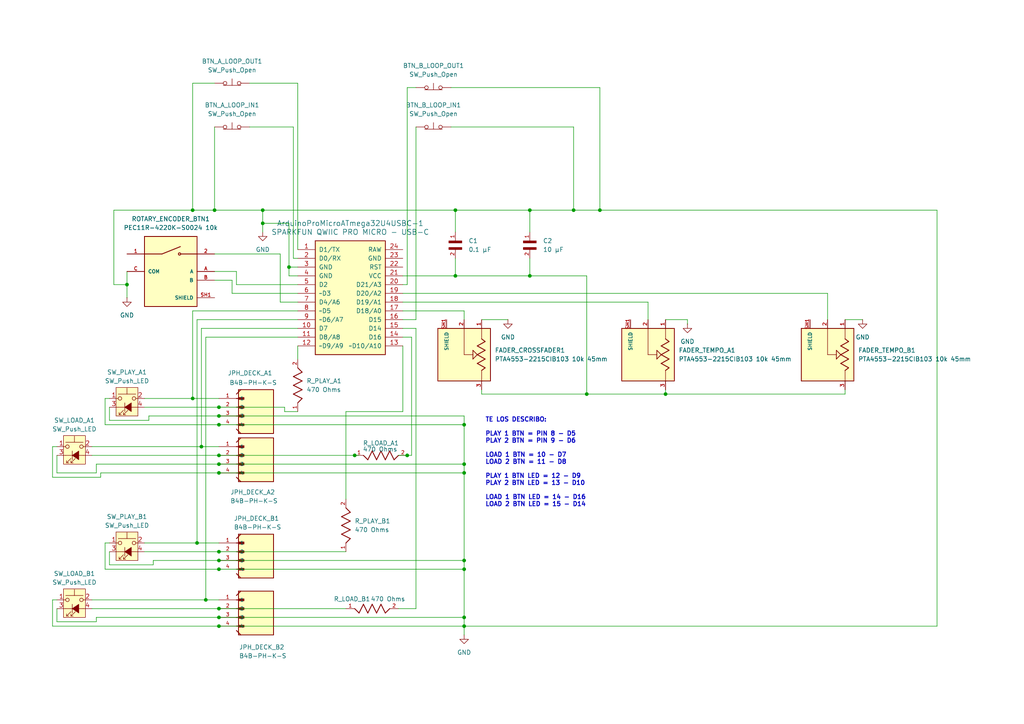
<source format=kicad_sch>
(kicad_sch (version 20250114) (generator "eeschema") (generator_version "9.0")
  (paper "A4")
  (lib_symbols
    (symbol "Arduino:Sparkfun_Pro_Micro" (pin_names (offset 1.016))
      (property "Reference" "U" (at -8.89 21.59 0))
      (property "Value" "Sparkfun_Pro_Micro" (at 0 19.05 0))
      (symbol "Sparkfun_Pro_Micro_0_1"
        (rectangle (start -10.16 17.78) (end 10.16 -15.24) (stroke (width 0.254)) (fill (type background)))
      )
      (symbol "Sparkfun_Pro_Micro_1_1"
        (pin bidirectional line (at -15.24 15.24 0) (length 5.08) (name "D1/TX") (number "1"))
        (pin bidirectional line (at -15.24 12.7 0) (length 5.08) (name "D0/RX") (number "2"))
        (pin power_in line (at -15.24 10.16 0) (length 5.08) (name "GND") (number "3"))
        (pin power_in line (at -15.24 7.62 0) (length 5.08) (name "GND") (number "4"))
        (pin bidirectional line (at -15.24 5.08 0) (length 5.08) (name "D2") (number "5"))
        (pin bidirectional line (at -15.24 2.54 0) (length 5.08) (name "~D3") (number "6"))
        (pin bidirectional line (at -15.24 0 0) (length 5.08) (name "D4/A6") (number "7"))
        (pin bidirectional line (at -15.24 -2.54 0) (length 5.08) (name "~D5") (number "8"))
        (pin bidirectional line (at -15.24 -5.08 0) (length 5.08) (name "~D6/A7") (number "9"))
        (pin bidirectional line (at -15.24 -7.62 0) (length 5.08) (name "D7") (number "10"))
        (pin bidirectional line (at -15.24 -10.16 0) (length 5.08) (name "D8/A8") (number "11"))
        (pin bidirectional line (at -15.24 -12.7 0) (length 5.08) (name "~D9/A9") (number "12"))
        (pin power_in line (at 15.24 15.24 180) (length 5.08) (name "RAW") (number "24"))
        (pin power_in line (at 15.24 12.7 180) (length 5.08) (name "GND") (number "23"))
        (pin input line (at 15.24 10.16 180) (length 5.08) (name "RST") (number "22"))
        (pin power_in line (at 15.24 7.62 180) (length 5.08) (name "VCC") (number "21"))
        (pin bidirectional line (at 15.24 5.08 180) (length 5.08) (name "D21/A3") (number "20"))
        (pin bidirectional line (at 15.24 2.54 180) (length 5.08) (name "D20/A2") (number "19"))
        (pin bidirectional line (at 15.24 0 180) (length 5.08) (name "D19/A1") (number "18"))
        (pin bidirectional line (at 15.24 -2.54 180) (length 5.08) (name "D18/A0") (number "17"))
        (pin bidirectional line (at 15.24 -5.08 180) (length 5.08) (name "D15") (number "16"))
        (pin bidirectional line (at 15.24 -7.62 180) (length 5.08) (name "D14") (number "15"))
        (pin bidirectional line (at 15.24 -10.16 180) (length 5.08) (name "D16") (number "14"))
        (pin bidirectional line (at 15.24 -12.7 180) (length 5.08) (name "~D10/A10") (number "13"))
      )
    )
    (symbol "FADETUBE_LIBRARY:B4B-PH-K-S" (pin_names (offset 1.016))
      (property "Reference" "J" (at -5.58 7.62 0))
      (property "Value" "B4B-PH-K-S" (at -5.08 -7.62 0))
      (symbol "B4B-PH-K-S_0_0"
        (polyline (pts (xy -5.08 6.35) (xy -3.81 7.62)) (stroke (width 0.254)))
        (polyline (pts (xy -5.08 5.08) (xy -3.175 5.08)) (stroke (width 0.254)))
        (polyline (pts (xy -5.08 2.54) (xy -3.175 2.54)) (stroke (width 0.254)))
        (polyline (pts (xy -5.08 0) (xy -3.175 0)) (stroke (width 0.254)))
        (polyline (pts (xy -5.08 -2.54) (xy -3.175 -2.54)) (stroke (width 0.254)))
        (polyline (pts (xy -5.08 -3.81) (xy -3.81 -5.08)) (stroke (width 0.254)))
        (rectangle (start -4.4847 -5.08) (end 5.6753 7.62) (stroke (width 0.254)) (fill (type background)))
        (rectangle (start -4.445 4.7625) (end -2.8575 5.3975) (stroke (width 0.1)) (fill (type outline)))
        (rectangle (start -4.445 2.2225) (end -2.8575 2.8575) (stroke (width 0.1)) (fill (type outline)))
        (rectangle (start -4.445 -0.3175) (end -2.8575 0.3175) (stroke (width 0.1)) (fill (type outline)))
        (rectangle (start -4.445 -2.8575) (end -2.8575 -2.2225) (stroke (width 0.1)) (fill (type outline)))
        (pin passive line (at -10.16 5.08 0) (length 5.08) (name "1") (number "1"))
        (pin passive line (at -10.16 2.54 0) (length 5.08) (name "2") (number "2"))
        (pin passive line (at -10.16 0 0) (length 5.08) (name "3") (number "3"))
        (pin passive line (at -10.16 -2.54 0) (length 5.08) (name "4") (number "4"))
      )
    )
    (symbol "FADETUBE_LIBRARY:C0603C104K4RACTU" (pin_names (offset 1.016))
      (property "Reference" "C" (at 0 3.81 0))
      (property "Value" "C0603C104K4RACTU" (at 0 -5.08 0))
      (symbol "C0603C104K4RACTU_0_0"
        (rectangle (start 0 -1.905) (end 0.635 1.905) (stroke (width 0.1)) (fill (type outline)))
        (rectangle (start 1.905 1.905) (end 2.54 -1.905) (stroke (width 0.1)) (fill (type outline)))
        (pin passive line (at -2.54 0 0) (length 2.54) (name "~") (number "2"))
        (pin passive line (at 5.08 0 180) (length 2.54) (name "~") (number "1"))
      )
    )
    (symbol "FADETUBE_LIBRARY:C0805C106K8PACTU" (pin_names (offset 1.016))
      (property "Reference" "C" (at 0 3.81 0))
      (property "Value" "C0805C106K8PACTU" (at 0 -5.08 0))
      (symbol "C0805C106K8PACTU_0_0"
        (rectangle (start 0 -1.905) (end 0.635 1.905) (stroke (width 0.1)) (fill (type outline)))
        (rectangle (start 1.905 -1.905) (end 2.54 1.905) (stroke (width 0.1)) (fill (type outline)))
        (pin passive line (at -2.54 0 0) (length 2.54) (name "~") (number "2"))
        (pin passive line (at 5.08 0 180) (length 2.54) (name "~") (number "1"))
      )
    )
    (symbol "FADETUBE_LIBRARY:PEC11R-4220K-S0024" (pin_names (offset 1.016))
      (property "Reference" "S" (at -7.62 10.922 0))
      (property "Value" "PEC11R-4220K-S0024" (at -7.62 -12.7 0))
      (symbol "PEC11R-4220K-S0024_0_0"
        (rectangle (start -7.62 -10.16) (end 7.62 10.16) (stroke (width 0.254)) (fill (type background)))
        (polyline (pts (xy -2.54 5.08) (xy -7.62 5.08)) (stroke (width 0.254)))
        (polyline (pts (xy -2.54 5.08) (xy 2.794 7.2136)) (stroke (width 0.254)))
        (circle (center 2.54 5.08) (radius 0.3302) (stroke (width 0.254)))
        (polyline (pts (xy 7.62 5.08) (xy 2.921 5.08)) (stroke (width 0.254)))
        (pin passive line (at -12.7 5.08 0) (length 5.08) (name "~") (number "1"))
        (pin passive line (at -12.7 0 0) (length 5.08) (name "COM") (number "C"))
        (pin passive line (at 12.7 5.08 180) (length 5.08) (name "~") (number "2"))
        (pin passive line (at 12.7 0 180) (length 5.08) (name "A") (number "A"))
        (pin passive line (at 12.7 -2.54 180) (length 5.08) (name "B") (number "B"))
        (pin passive line (at 12.7 -7.62 180) (length 5.08) (name "SHIELD") (number "SH1"))
        (pin passive line (at 12.7 -7.62 180) (length 5.08) (hide yes) (name "SHIELD") (number "SH2"))
      )
    )
    (symbol "FADETUBE_LIBRARY:PTA4553-2215CIB103" (pin_names (offset 1.016))
      (property "Reference" "R" (at -7.62 8.382 0))
      (property "Value" "PTA4553-2215CIB103" (at -7.62 -10.16 0))
      (symbol "PTA4553-2215CIB103_0_0"
        (polyline (pts (xy -7.62 5.08) (xy -4.572 5.08)) (stroke (width 0.1524)))
        (rectangle (start -7.62 -7.62) (end 7.62 7.62) (stroke (width 0.254)) (fill (type background)))
        (polyline (pts (xy -4.572 5.08) (xy -3.81 6.096)) (stroke (width 0.254)))
        (polyline (pts (xy -3.81 6.096) (xy -2.54 3.81)) (stroke (width 0.254)))
        (polyline (pts (xy -2.54 3.81) (xy -1.27 6.096)) (stroke (width 0.254)))
        (polyline (pts (xy -1.27 6.096) (xy 0 3.81)) (stroke (width 0.254)))
        (polyline (pts (xy -1.27 2.54) (xy 0 3.81)) (stroke (width 0.2032)))
        (polyline (pts (xy 0 3.81) (xy 1.27 6.096)) (stroke (width 0.254)))
        (polyline (pts (xy 0 3.81) (xy 1.27 2.54)) (stroke (width 0.2032)))
        (polyline (pts (xy 0 2.54) (xy -1.27 2.54)) (stroke (width 0.2032)))
        (polyline (pts (xy 0 2.54) (xy 0 0)) (stroke (width 0.1524)))
        (polyline (pts (xy 0 0) (xy -7.62 0)) (stroke (width 0.1524)))
        (polyline (pts (xy 1.27 6.096) (xy 2.54 3.81)) (stroke (width 0.254)))
        (polyline (pts (xy 1.27 2.54) (xy 0 2.54)) (stroke (width 0.2032)))
        (polyline (pts (xy 2.54 3.81) (xy 3.81 6.096)) (stroke (width 0.254)))
        (polyline (pts (xy 3.81 6.096) (xy 4.572 5.08)) (stroke (width 0.254)))
        (polyline (pts (xy 4.572 5.08) (xy 7.62 5.08)) (stroke (width 0.1524)))
        (pin passive line (at -10.16 5.08 0) (length 2.54) (name "~") (number "1"))
        (pin passive line (at -10.16 0 0) (length 2.54) (name "~") (number "2"))
        (pin passive line (at -10.16 -5.08 0) (length 2.54) (name "SHIELD") (number "SH1"))
        (pin passive line (at -10.16 -5.08 0) (length 2.54) (hide yes) (name "SHIELD") (number "SH2"))
        (pin passive line (at -10.16 -5.08 0) (length 2.54) (hide yes) (name "SHIELD") (number "SH3"))
        (pin passive line (at -10.16 -5.08 0) (length 2.54) (hide yes) (name "SHIELD") (number "SH4"))
        (pin passive line (at 10.16 5.08 180) (length 2.54) (name "~") (number "3"))
      )
    )
    (symbol "FADETUBE_LIBRARY:RC0603FR-07470RL" (pin_names (offset 1.016))
      (property "Reference" "R" (at -3.8124 2.0079 0))
      (property "Value" "RC0603FR-07470RL" (at -3.8135 -3.5593 0))
      (symbol "RC0603FR-07470RL_0_0"
        (polyline (pts (xy -5.08 0) (xy -3.81 -1.27)) (stroke (width 0.254)))
        (polyline (pts (xy -3.81 -1.27) (xy -2.54 1.27)) (stroke (width 0.254)))
        (polyline (pts (xy -2.54 1.27) (xy -1.27 -1.27)) (stroke (width 0.254)))
        (polyline (pts (xy -1.27 -1.27) (xy 0 1.27)) (stroke (width 0.254)))
        (polyline (pts (xy 0 1.27) (xy 1.27 -1.27)) (stroke (width 0.254)))
        (polyline (pts (xy 1.27 -1.27) (xy 2.54 1.27)) (stroke (width 0.254)))
        (polyline (pts (xy 2.54 1.27) (xy 3.81 -1.27)) (stroke (width 0.254)))
        (polyline (pts (xy 3.81 -1.27) (xy 5.08 0)) (stroke (width 0.254)))
        (pin passive line (at -7.62 0 0) (length 2.54) (name "~") (number "1"))
        (pin passive line (at 7.62 0 180) (length 2.54) (name "~") (number "2"))
      )
    )
    (symbol "Switch:SW_Push_LED" (pin_names (offset 1.016) (hide yes))
      (property "Reference" "SW" (at 0 7.62 0))
      (property "Value" "SW_Push_LED" (at 0 -3.81 0))
      (symbol "SW_Push_LED_0_0"
        (polyline (pts (xy -2.54 0) (xy 2.54 0)))
        (polyline (pts (xy -2.286 -1.524) (xy -2.286 -2.159) (xy -1.651 -2.159)))
        (polyline (pts (xy -2.286 -2.159) (xy -1.016 -0.889)))
        (polyline (pts (xy -1.016 -1.524) (xy -1.016 -2.159) (xy -0.381 -2.159)))
        (polyline (pts (xy -1.016 -2.159) (xy 0.254 -0.889)))
        (polyline (pts (xy -0.635 1.27) (xy -0.635 -1.27)))
        (polyline (pts (xy -0.635 0) (xy 1.27 1.27) (xy 1.27 -1.27) (xy -0.635 0)) (fill (type outline)))
      )
      (symbol "SW_Push_LED_0_1"
        (circle (center -2.032 2.54) (radius 0.508))
        (polyline (pts (xy 0 3.81) (xy 0 5.588)))
        (circle (center 2.032 2.54) (radius 0.508))
        (polyline (pts (xy 2.54 3.81) (xy -2.54 3.81)))
        (pin passive line (at -5.08 2.54 0) (length 2.54) (name "1") (number "1"))
        (pin passive line (at -5.08 0 0) (length 2.54) (name "K") (number "3"))
        (pin passive line (at 5.08 2.54 180) (length 2.54) (name "2") (number "2"))
        (pin passive line (at 5.08 0 180) (length 2.54) (name "A") (number "4"))
      )
      (symbol "SW_Push_LED_1_1"
        (rectangle (start -3.175 5.715) (end 3.175 -2.54) (fill (type background)))
      )
    )
    (symbol "Switch:SW_Push_Open" (pin_numbers (hide yes)) (pin_names (offset 1.016) (hide yes))
      (property "Reference" "SW" (at 0 2.54 0))
      (property "Value" "SW_Push_Open" (at 0 -1.905 0))
      (symbol "SW_Push_Open_0_1"
        (polyline (pts (xy -2.54 -0.635) (xy 2.54 -0.635)))
        (circle (center -2.032 0) (radius 0.508))
        (polyline (pts (xy 0 -0.635) (xy 0 1.27)))
        (circle (center 2.032 0) (radius 0.508))
        (pin passive line (at -5.08 0 0) (length 2.54) (name "A") (number "1"))
      )
      (symbol "SW_Push_Open_1_1"
        (pin passive line (at 5.08 0 180) (length 2.54) (name "B") (number "2"))
      )
    )
    (symbol "power:GND" (power) (pin_numbers (hide yes)) (pin_names (offset 0) (hide yes))
      (property "Value" "GND" (at 0 -3.81 0))
      (symbol "GND_0_1"
        (polyline (pts (xy 0 0) (xy 0 -1.27) (xy 1.27 -1.27) (xy 0 -2.54) (xy -1.27 -1.27) (xy 0 -1.27)))
      )
      (symbol "GND_1_1"
        (pin power_in line (at 0 0 270) (length 0) (name "~") (number "1"))
      )
    )
  )
  (text "TE LOS DESCRIBO:\n\nPLAY 1 BTN = PIN 8 - D5\nPLAY 2 BTN = PIN 9 - D6\n\nLOAD 1 BTN = 10 - D7\nLOAD 2 BTN = 11 - D8\n\nPLAY 1 BTN LED = 12 - D9\nPLAY 2 BTN LED = 13 - D10\n\nLOAD 1 BTN LED = 14 - D16\nLOAD 2 BTN LED = 15 - D14\n\n\n" (at 140.716 136.144 0) (effects (font (size 1.27 1.27) (thickness 0.254) (bold yes)) (justify left)))
  (junction (at 57.15 157.48))
  (junction (at 170.18 114.3))
  (junction (at 173.99 60.96))
  (junction (at 63.5 118.11))
  (junction (at 118.11 132.08))
  (junction (at 134.62 162.56))
  (junction (at 134.62 165.1))
  (junction (at 134.62 179.07))
  (junction (at 63.5 162.56))
  (junction (at 63.5 179.07))
  (junction (at 63.5 123.19))
  (junction (at 134.62 134.62))
  (junction (at 132.08 80.01))
  (junction (at 59.69 173.99))
  (junction (at 63.5 137.16))
  (junction (at 55.88 115.57))
  (junction (at 63.5 160.02))
  (junction (at 63.5 134.62))
  (junction (at 134.62 137.16))
  (junction (at 63.5 132.08))
  (junction (at 63.5 181.61))
  (junction (at 63.5 165.1))
  (junction (at 134.62 123.19))
  (junction (at 62.23 60.96))
  (junction (at 134.62 181.61))
  (junction (at 63.5 120.65))
  (junction (at 76.2 64.77))
  (junction (at 58.42 129.54))
  (junction (at 132.08 60.96))
  (junction (at 63.5 176.53))
  (junction (at 153.67 60.96))
  (junction (at 76.2 60.96))
  (junction (at 55.88 60.96))
  (junction (at 166.37 60.96))
  (junction (at 83.82 77.47))
  (junction (at 153.67 80.01))
  (junction (at 102.87 132.08))
  (junction (at 36.83 82.55))
  (junction (at 193.04 114.3))
  (wire (pts (xy 120.65 95.25) (xy 120.65 176.53)))
  (wire (pts (xy 240.03 92.71) (xy 240.03 85.09)))
  (wire (pts (xy 29.21 137.16) (xy 29.21 138.43)))
  (wire (pts (xy 132.08 74.93) (xy 132.08 80.01)))
  (wire (pts (xy 63.5 162.56) (xy 44.45 162.56)))
  (wire (pts (xy 102.87 132.08) (xy 104.14 132.08)))
  (wire (pts (xy 166.37 36.83) (xy 166.37 60.96)))
  (wire (pts (xy 15.24 129.54) (xy 16.51 129.54)))
  (wire (pts (xy 27.94 134.62) (xy 27.94 137.16)))
  (wire (pts (xy 63.5 179.07) (xy 27.94 179.07)))
  (wire (pts (xy 115.57 132.08) (xy 118.11 132.08)))
  (wire (pts (xy 130.81 36.83) (xy 166.37 36.83)))
  (wire (pts (xy 43.18 120.65) (xy 43.18 121.92)))
  (wire (pts (xy 116.84 90.17) (xy 134.62 90.17)))
  (wire (pts (xy 153.67 60.96) (xy 153.67 67.31)))
  (wire (pts (xy 76.2 64.77) (xy 76.2 67.31)))
  (wire (pts (xy 26.67 132.08) (xy 63.5 132.08)))
  (wire (pts (xy 63.5 132.08) (xy 102.87 132.08)))
  (wire (pts (xy 33.02 82.55) (xy 36.83 82.55)))
  (wire (pts (xy 63.5 137.16) (xy 134.62 137.16)))
  (wire (pts (xy 120.65 95.25) (xy 116.84 95.25)))
  (wire (pts (xy 132.08 60.96) (xy 153.67 60.96)))
  (wire (pts (xy 63.5 123.19) (xy 134.62 123.19)))
  (wire (pts (xy 27.94 179.07) (xy 27.94 180.34)))
  (wire (pts (xy 62.23 36.83) (xy 62.23 60.96)))
  (wire (pts (xy 86.36 74.93) (xy 85.09 74.93)))
  (wire (pts (xy 81.28 87.63) (xy 86.36 87.63)))
  (wire (pts (xy 86.36 24.13) (xy 72.39 24.13)))
  (wire (pts (xy 134.62 165.1) (xy 134.62 179.07)))
  (wire (pts (xy 43.18 121.92) (xy 31.75 121.92)))
  (wire (pts (xy 55.88 90.17) (xy 55.88 115.57)))
  (wire (pts (xy 139.7 114.3) (xy 170.18 114.3)))
  (wire (pts (xy 193.04 92.71) (xy 199.39 92.71)))
  (wire (pts (xy 57.15 157.48) (xy 63.5 157.48)))
  (wire (pts (xy 271.78 181.61) (xy 134.62 181.61)))
  (wire (pts (xy 153.67 80.01) (xy 170.18 80.01)))
  (wire (pts (xy 134.62 137.16) (xy 134.62 162.56)))
  (wire (pts (xy 62.23 73.66) (xy 81.28 73.66)))
  (wire (pts (xy 120.65 36.83) (xy 120.65 92.71)))
  (wire (pts (xy 116.84 82.55) (xy 118.11 82.55)))
  (wire (pts (xy 30.48 157.48) (xy 31.75 157.48)))
  (wire (pts (xy 134.62 123.19) (xy 134.62 120.65)))
  (wire (pts (xy 116.84 119.38) (xy 116.84 100.33)))
  (wire (pts (xy 26.67 176.53) (xy 63.5 176.53)))
  (wire (pts (xy 85.09 74.93) (xy 85.09 36.83)))
  (wire (pts (xy 63.5 165.1) (xy 134.62 165.1)))
  (wire (pts (xy 153.67 74.93) (xy 153.67 80.01)))
  (wire (pts (xy 63.5 176.53) (xy 100.33 176.53)))
  (wire (pts (xy 63.5 165.1) (xy 30.48 165.1)))
  (wire (pts (xy 30.48 123.19) (xy 30.48 115.57)))
  (wire (pts (xy 100.33 119.38) (xy 116.84 119.38)))
  (wire (pts (xy 63.5 134.62) (xy 134.62 134.62)))
  (wire (pts (xy 26.67 129.54) (xy 58.42 129.54)))
  (wire (pts (xy 62.23 78.74) (xy 68.58 78.74)))
  (wire (pts (xy 63.5 123.19) (xy 30.48 123.19)))
  (wire (pts (xy 41.91 157.48) (xy 57.15 157.48)))
  (wire (pts (xy 86.36 95.25) (xy 58.42 95.25)))
  (wire (pts (xy 15.24 173.99) (xy 16.51 173.99)))
  (wire (pts (xy 31.75 121.92) (xy 31.75 118.11)))
  (wire (pts (xy 139.7 113.03) (xy 139.7 114.3)))
  (wire (pts (xy 132.08 80.01) (xy 153.67 80.01)))
  (wire (pts (xy 83.82 64.77) (xy 83.82 77.47)))
  (wire (pts (xy 199.39 92.71) (xy 199.39 93.98)))
  (wire (pts (xy 116.84 97.79) (xy 119.38 97.79)))
  (wire (pts (xy 67.31 81.28) (xy 67.31 85.09)))
  (wire (pts (xy 41.91 115.57) (xy 55.88 115.57)))
  (wire (pts (xy 187.96 92.71) (xy 187.96 87.63)))
  (wire (pts (xy 82.55 119.38) (xy 82.55 118.11)))
  (wire (pts (xy 166.37 60.96) (xy 173.99 60.96)))
  (wire (pts (xy 173.99 60.96) (xy 271.78 60.96)))
  (wire (pts (xy 44.45 163.83) (xy 31.75 163.83)))
  (wire (pts (xy 68.58 82.55) (xy 86.36 82.55)))
  (wire (pts (xy 118.11 82.55) (xy 118.11 25.4)))
  (wire (pts (xy 62.23 60.96) (xy 55.88 60.96)))
  (wire (pts (xy 15.24 181.61) (xy 15.24 173.99)))
  (wire (pts (xy 62.23 24.13) (xy 55.88 24.13)))
  (wire (pts (xy 130.81 25.4) (xy 173.99 25.4)))
  (wire (pts (xy 86.36 80.01) (xy 83.82 80.01)))
  (wire (pts (xy 134.62 181.61) (xy 134.62 184.15)))
  (wire (pts (xy 62.23 81.28) (xy 67.31 81.28)))
  (wire (pts (xy 36.83 82.55) (xy 36.83 86.36)))
  (wire (pts (xy 16.51 180.34) (xy 16.51 176.53)))
  (wire (pts (xy 27.94 137.16) (xy 16.51 137.16)))
  (wire (pts (xy 76.2 60.96) (xy 132.08 60.96)))
  (wire (pts (xy 55.88 60.96) (xy 33.02 60.96)))
  (wire (pts (xy 118.11 132.08) (xy 119.38 132.08)))
  (wire (pts (xy 27.94 180.34) (xy 16.51 180.34)))
  (wire (pts (xy 118.11 25.4) (xy 120.65 25.4)))
  (wire (pts (xy 63.5 120.65) (xy 134.62 120.65)))
  (wire (pts (xy 132.08 60.96) (xy 132.08 67.31)))
  (wire (pts (xy 58.42 95.25) (xy 58.42 129.54)))
  (wire (pts (xy 41.91 118.11) (xy 63.5 118.11)))
  (wire (pts (xy 76.2 60.96) (xy 62.23 60.96)))
  (wire (pts (xy 31.75 163.83) (xy 31.75 160.02)))
  (wire (pts (xy 63.5 160.02) (xy 100.33 160.02)))
  (wire (pts (xy 245.11 113.03) (xy 245.11 114.3)))
  (wire (pts (xy 26.67 173.99) (xy 59.69 173.99)))
  (wire (pts (xy 63.5 181.61) (xy 134.62 181.61)))
  (wire (pts (xy 139.7 92.71) (xy 147.32 92.71)))
  (wire (pts (xy 119.38 132.08) (xy 119.38 97.79)))
  (wire (pts (xy 83.82 64.77) (xy 76.2 64.77)))
  (wire (pts (xy 86.36 92.71) (xy 57.15 92.71)))
  (wire (pts (xy 30.48 165.1) (xy 30.48 157.48)))
  (wire (pts (xy 41.91 160.02) (xy 63.5 160.02)))
  (wire (pts (xy 134.62 179.07) (xy 134.62 181.61)))
  (wire (pts (xy 81.28 73.66) (xy 81.28 87.63)))
  (wire (pts (xy 115.57 176.53) (xy 120.65 176.53)))
  (wire (pts (xy 100.33 119.38) (xy 100.33 144.78)))
  (wire (pts (xy 240.03 85.09) (xy 116.84 85.09)))
  (wire (pts (xy 15.24 181.61) (xy 63.5 181.61)))
  (wire (pts (xy 86.36 77.47) (xy 83.82 77.47)))
  (wire (pts (xy 76.2 60.96) (xy 76.2 64.77)))
  (wire (pts (xy 116.84 92.71) (xy 120.65 92.71)))
  (wire (pts (xy 134.62 123.19) (xy 134.62 134.62)))
  (wire (pts (xy 16.51 137.16) (xy 16.51 132.08)))
  (wire (pts (xy 187.96 87.63) (xy 116.84 87.63)))
  (wire (pts (xy 170.18 114.3) (xy 170.18 80.01)))
  (wire (pts (xy 55.88 24.13) (xy 55.88 60.96)))
  (wire (pts (xy 245.11 114.3) (xy 193.04 114.3)))
  (wire (pts (xy 58.42 129.54) (xy 63.5 129.54)))
  (wire (pts (xy 134.62 134.62) (xy 134.62 137.16)))
  (wire (pts (xy 63.5 120.65) (xy 43.18 120.65)))
  (wire (pts (xy 85.09 36.83) (xy 72.39 36.83)))
  (wire (pts (xy 193.04 113.03) (xy 193.04 114.3)))
  (wire (pts (xy 86.36 119.38) (xy 82.55 119.38)))
  (wire (pts (xy 55.88 115.57) (xy 63.5 115.57)))
  (wire (pts (xy 59.69 97.79) (xy 59.69 173.99)))
  (wire (pts (xy 83.82 77.47) (xy 83.82 80.01)))
  (wire (pts (xy 86.36 100.33) (xy 86.36 104.14)))
  (wire (pts (xy 67.31 85.09) (xy 86.36 85.09)))
  (wire (pts (xy 33.02 60.96) (xy 33.02 82.55)))
  (wire (pts (xy 63.5 179.07) (xy 134.62 179.07)))
  (wire (pts (xy 36.83 78.74) (xy 36.83 82.55)))
  (wire (pts (xy 44.45 162.56) (xy 44.45 163.83)))
  (wire (pts (xy 29.21 138.43) (xy 15.24 138.43)))
  (wire (pts (xy 193.04 114.3) (xy 170.18 114.3)))
  (wire (pts (xy 63.5 134.62) (xy 27.94 134.62)))
  (wire (pts (xy 134.62 162.56) (xy 134.62 165.1)))
  (wire (pts (xy 59.69 173.99) (xy 63.5 173.99)))
  (wire (pts (xy 63.5 118.11) (xy 82.55 118.11)))
  (wire (pts (xy 59.69 97.79) (xy 86.36 97.79)))
  (wire (pts (xy 245.11 92.71) (xy 250.19 92.71)))
  (wire (pts (xy 63.5 137.16) (xy 29.21 137.16)))
  (wire (pts (xy 15.24 138.43) (xy 15.24 129.54)))
  (wire (pts (xy 271.78 60.96) (xy 271.78 181.61)))
  (wire (pts (xy 134.62 90.17) (xy 134.62 92.71)))
  (wire (pts (xy 57.15 92.71) (xy 57.15 157.48)))
  (wire (pts (xy 30.48 115.57) (xy 31.75 115.57)))
  (wire (pts (xy 116.84 80.01) (xy 132.08 80.01)))
  (wire (pts (xy 68.58 78.74) (xy 68.58 82.55)))
  (wire (pts (xy 173.99 25.4) (xy 173.99 60.96)))
  (wire (pts (xy 86.36 72.39) (xy 86.36 24.13)))
  (wire (pts (xy 55.88 90.17) (xy 86.36 90.17)))
  (wire (pts (xy 153.67 60.96) (xy 166.37 60.96)))
  (wire (pts (xy 63.5 162.56) (xy 134.62 162.56)))
  (symbol (lib_id "FADETUBE_LIBRARY:PTA4553-2215CIB103") (at 240.03 102.87 270) (unit 1)
    (property "Reference" "FADER_TEMPO_B1" (at 248.92 101.5999 90) (effects (justify left)))
    (property "Value" "PTA4553-2215CIB103 10k 45mm" (at 248.92 104.1399 90) (effects (justify left)))
    (property "Footprint" "FADETUBE_LIBRARY:TRIM_PTA4553-2215CIB103" (effects (hide yes)))
    (property "Datasheet" "https://bourns.com/data/global/pdfs/PTA.pdf" (effects (hide yes)))
    (property "Description" "10 kOhms 0.25W, 1/4W Through Hole Slide Potentiometer Top Adjustment Type" (effects (hide yes)))
    (property "MF" "Bourns" (effects (hide yes)))
    (property "PACKAGE" "None" (effects (hide yes)))
    (property "PRICE" "None" (effects (hide yes)))
    (property "Package" "None" (effects (hide yes)))
    (property "Check_prices" "https://www.snapeda.com/parts/PTA4553-2215CIB103/Bourns/view-part/?ref=eda" (effects (hide yes)))
    (property "Price" "None" (effects (hide yes)))
    (property "SnapEDA_Link" "https://www.snapeda.com/parts/PTA4553-2215CIB103/Bourns/view-part/?ref=snap" (effects (hide yes)))
    (property "MP" "PTA4553-2215CIB103" (effects (hide yes)))
    (property "Description_1" "10 kOhms 0.25W, 1/4W Through Hole Slide Potentiometer Top Adjustment Type" (effects (hide yes)))
    (property "Availability" "In Stock" (effects (hide yes)))
    (property "AVAILABILITY" "In Stock" (effects (hide yes)))
    (property "PURCHASE-URL" "https://www.digikey.com/en/products/detail/bourns-inc/PTA4553-2215CIB103/3781219?utm_campaign=buynow&utm_medium=aggregator&utm_source=snapeda" (effects (hide yes)))
    (property "MANUFACTURER" "BOURNS" (effects (hide yes)))
    (property "MANUFACTURER PART NUMBER" "PTA4553-2215CIB103" (effects (hide yes)))
    (property "SUPPLIER" "DIGIKEY" (effects (hide yes)))
    (property "SUPPLIER PART NUMBER" "PTA4553-2215CIB103-ND" (effects (hide yes)))
  )
  (symbol (lib_id "Switch:SW_Push_LED") (at 21.59 176.53 0) (unit 1) (in_bom no) (on_board no)
    (property "Reference" "SW_LOAD_B1" (at 21.59 166.37 0))
    (property "Value" "SW_Push_LED" (at 21.59 168.91 0))
    (property "Description" "Push button switch with LED, generic" (effects (hide yes)))
  )
  (symbol (lib_id "power:GND") (at 147.32 92.71 0) (unit 1)
    (property "Reference" "#PWR02" (effects (hide yes)))
    (property "Value" "GND" (at 147.32 97.79 0))
    (property "Description" "Power symbol creates a global label with name \"GND\" , ground" (effects (hide yes)))
  )
  (symbol (lib_id "FADETUBE_LIBRARY:B4B-PH-K-S") (at 73.66 179.07 0) (unit 1)
    (property "Reference" "JPH_DECK_B2" (at 69.342 187.706 0) (effects (justify left)))
    (property "Value" "B4B-PH-K-S" (at 69.342 190.246 0) (effects (justify left)))
    (property "Footprint" "FADETUBE_LIBRARY:JST_B4B-PH-K-S" (effects (hide yes)))
    (property "MF" "JST Sales" (effects (hide yes)))
    (property "Description_1" "Connector Header Through Hole 4 position 0.079 (2.00mm)" (effects (hide yes)))
    (property "Package" "None" (effects (hide yes)))
    (property "Price" "None" (effects (hide yes)))
    (property "Check_prices" "https://www.snapeda.com/parts/B4B-PH-K-S/JST/view-part/?ref=eda" (effects (hide yes)))
    (property "SnapEDA_Link" "https://www.snapeda.com/parts/B4B-PH-K-S/JST/view-part/?ref=snap" (effects (hide yes)))
    (property "MP" "B4B-PH-K-S" (effects (hide yes)))
    (property "Purchase-URL" "https://www.snapeda.com/api/url_track_click_mouser/?unipart_id=515305&manufacturer=JST Sales&part_name=B4B-PH-K-S&search_term=b4b-ph-k-s" (effects (hide yes)))
    (property "Availability" "In Stock" (effects (hide yes)))
    (property "MANUFACTURER" "JST" (effects (hide yes)))
  )
  (symbol (lib_id "power:GND") (at 199.39 93.98 0) (unit 1)
    (property "Reference" "#PWR01" (effects (hide yes)))
    (property "Value" "GND" (at 199.39 99.06 0))
    (property "Description" "Power symbol creates a global label with name \"GND\" , ground" (effects (hide yes)))
  )
  (symbol (lib_id "power:GND") (at 36.83 86.36 0) (unit 1)
    (property "Reference" "#PWR03" (effects (hide yes)))
    (property "Value" "GND" (at 36.83 91.44 0))
    (property "Description" "Power symbol creates a global label with name \"GND\" , ground" (effects (hide yes)))
  )
  (symbol (lib_id "Switch:SW_Push_LED") (at 36.83 118.11 0) (unit 1) (in_bom no) (on_board no)
    (property "Reference" "SW_PLAY_A1" (at 36.83 107.95 0))
    (property "Value" "SW_Push_LED" (at 36.83 110.49 0))
    (property "Description" "Push button switch with LED, generic" (effects (hide yes)))
  )
  (symbol (lib_id "FADETUBE_LIBRARY:PTA4553-2215CIB103") (at 134.62 102.87 270) (unit 1)
    (property "Reference" "FADER_CROSSFADER1" (at 143.51 101.5999 90) (effects (justify left)))
    (property "Value" "PTA4553-2215CIB103 10k 45mm" (at 143.51 104.1399 90) (effects (justify left)))
    (property "Footprint" "FADETUBE_LIBRARY:TRIM_PTA4553-2215CIB103" (effects (hide yes)))
    (property "Datasheet" "https://bourns.com/data/global/pdfs/PTA.pdf" (effects (hide yes)))
    (property "Description" "10 kOhms 0.25W, 1/4W Through Hole Slide Potentiometer Top Adjustment Type" (effects (hide yes)))
    (property "MF" "Bourns" (effects (hide yes)))
    (property "PACKAGE" "None" (effects (hide yes)))
    (property "PRICE" "None" (effects (hide yes)))
    (property "Package" "None" (effects (hide yes)))
    (property "Check_prices" "https://www.snapeda.com/parts/PTA4553-2215CIB103/Bourns/view-part/?ref=eda" (effects (hide yes)))
    (property "Price" "None" (effects (hide yes)))
    (property "SnapEDA_Link" "https://www.snapeda.com/parts/PTA4553-2215CIB103/Bourns/view-part/?ref=snap" (effects (hide yes)))
    (property "MP" "PTA4553-2215CIB103" (effects (hide yes)))
    (property "Description_1" "10 kOhms 0.25W, 1/4W Through Hole Slide Potentiometer Top Adjustment Type" (effects (hide yes)))
    (property "Availability" "In Stock" (effects (hide yes)))
    (property "AVAILABILITY" "In Stock" (effects (hide yes)))
    (property "PURCHASE-URL" "https://www.digikey.com/en/products/detail/bourns-inc/PTA4553-2215CIB103/3781219?utm_campaign=buynow&utm_medium=aggregator&utm_source=snapeda" (effects (hide yes)))
    (property "MANUFACTURER" "BOURNS" (effects (hide yes)))
    (property "MANUFACTURER PART NUMBER" "PTA4553-2215CIB103" (effects (hide yes)))
    (property "SUPPLIER" "DIGIKEY" (effects (hide yes)))
    (property "SUPPLIER PART NUMBER" "PTA4553-2215CIB103-ND" (effects (hide yes)))
  )
  (symbol (lib_id "Switch:SW_Push_Open") (at 67.31 24.13 0) (unit 1)
    (property "Reference" "BTN_A_LOOP_OUT1" (at 67.31 17.78 0))
    (property "Value" "SW_Push_Open" (at 67.31 20.32 0))
    (property "Footprint" "Button_Switch_THT:SW_TH_Tactile_Omron_B3F-107x" (effects (hide yes)))
    (property "Description" "Push button switch, push-to-open, generic, two pins" (effects (hide yes)))
  )
  (symbol (lib_id "Switch:SW_Push_Open") (at 125.73 25.4 0) (unit 1)
    (property "Reference" "BTN_B_LOOP_OUT1" (at 125.73 19.05 0))
    (property "Value" "SW_Push_Open" (at 125.73 21.59 0))
    (property "Footprint" "Button_Switch_THT:SW_TH_Tactile_Omron_B3F-107x" (effects (hide yes)))
    (property "Description" "Push button switch, push-to-open, generic, two pins" (effects (hide yes)))
  )
  (symbol (lib_id "Switch:SW_Push_LED") (at 36.83 160.02 0) (unit 1) (in_bom no) (on_board no)
    (property "Reference" "SW_PLAY_B1" (at 36.83 149.86 0))
    (property "Value" "SW_Push_LED" (at 36.83 152.4 0))
    (property "Description" "Push button switch with LED, generic" (effects (hide yes)))
  )
  (symbol (lib_id "FADETUBE_LIBRARY:RC0603FR-07470RL") (at 100.33 152.4 90) (unit 1)
    (property "Reference" "R_PLAY_B1" (at 102.87 151.1299 90) (effects (justify right)))
    (property "Value" "470 Ohms" (at 102.87 153.6699 90) (effects (justify right)))
    (property "Footprint" "Resistor_THT:R_Axial_DIN0207_L6.3mm_D2.5mm_P7.62mm_Horizontal" (effects (hide yes)))
    (property "Datasheet" "https://yageogroup.com/content/datasheet/asset/file/PYU-RC_GROUP_51_ROHS_L" (effects (hide yes)))
    (property "Description" "RC0603FR-07470RL" (effects (hide yes)))
    (property "MF" "Yageo" (effects (hide yes)))
    (property "Description_1" "470 Ohms ±1% 0.1W, 1/10W Chip Resistor 0603 (1608 Metric) Moisture Resistant Thick Film" (effects (hide yes)))
    (property "Package" "0603 Yageo" (effects (hide yes)))
    (property "Price" "None" (effects (hide yes)))
    (property "Check_prices" "https://www.snapeda.com/parts/RC0603FR-07470RL/Yageo/view-part/?ref=eda" (effects (hide yes)))
    (property "SnapEDA_Link" "https://www.snapeda.com/parts/RC0603FR-07470RL/Yageo/view-part/?ref=snap" (effects (hide yes)))
    (property "MP" "RC0603FR-07470RL" (effects (hide yes)))
    (property "Availability" "In Stock" (effects (hide yes)))
    (property "MANUFACTURER" "YAGEO" (effects (hide yes)))
    (property "MANUFACTURER PART NUMBER" "RC0603FR-07470RL" (effects (hide yes)))
    (property "PURCHASE-URL" "https://www.digikey.com/en/products/detail/yageo/RC0603FR-07470RL/727256?s=N4IgTCBcDaIEoGEAMA2JBmAYnAtEg7ACz5JwAyIAugL5A" (effects (hide yes)))
    (property "SUPPLIER" "DIGIKEY" (effects (hide yes)))
    (property "SUPPLIER PART NUMBER" "311-470HRTR-ND" (effects (hide yes)))
  )
  (symbol (lib_id "FADETUBE_LIBRARY:RC0603FR-07470RL") (at 110.49 132.08 0) (unit 1)
    (property "Reference" "R_LOAD_A1" (at 110.49 128.524 0))
    (property "Value" "470 Ohms" (at 110.236 130.302 0))
    (property "Footprint" "Resistor_THT:R_Axial_DIN0207_L6.3mm_D2.5mm_P7.62mm_Horizontal" (effects (hide yes)))
    (property "Datasheet" "https://yageogroup.com/content/datasheet/asset/file/PYU-RC_GROUP_51_ROHS_L" (effects (hide yes)))
    (property "Description" "RC0603FR-07470RL" (effects (hide yes)))
    (property "MF" "Yageo" (effects (hide yes)))
    (property "Description_1" "470 Ohms ±1% 0.1W, 1/10W Chip Resistor 0603 (1608 Metric) Moisture Resistant Thick Film" (effects (hide yes)))
    (property "Package" "0603 Yageo" (effects (hide yes)))
    (property "Price" "None" (effects (hide yes)))
    (property "Check_prices" "https://www.snapeda.com/parts/RC0603FR-07470RL/Yageo/view-part/?ref=eda" (effects (hide yes)))
    (property "SnapEDA_Link" "https://www.snapeda.com/parts/RC0603FR-07470RL/Yageo/view-part/?ref=snap" (effects (hide yes)))
    (property "MP" "RC0603FR-07470RL" (effects (hide yes)))
    (property "Availability" "In Stock" (effects (hide yes)))
    (property "MANUFACTURER" "YAGEO" (effects (hide yes)))
    (property "MANUFACTURER PART NUMBER" "RC0603FR-07470RL" (effects (hide yes)))
    (property "PURCHASE-URL" "https://www.digikey.com/en/products/detail/yageo/RC0603FR-07470RL/727256?s=N4IgTCBcDaIEoGEAMA2JBmAYnAtEg7ACz5JwAyIAugL5A" (effects (hide yes)))
    (property "SUPPLIER" "DIGIKEY" (effects (hide yes)))
    (property "SUPPLIER PART NUMBER" "311-470HRTR-ND" (effects (hide yes)))
  )
  (symbol (lib_id "FADETUBE_LIBRARY:C0603C104K4RACTU") (at 132.08 72.39 90) (unit 1)
    (property "Reference" "C1" (at 135.89 69.8499 90) (effects (justify right)))
    (property "Value" "0.1 µF" (at 135.89 72.3899 90) (effects (justify right)))
    (property "Footprint" "Capacitor_THT:C_Disc_D3.0mm_W1.6mm_P2.50mm" (effects (hide yes)))
    (property "Datasheet" "https://yageogroup.com/content/datasheet/asset/file/KEM_C1002_X7R_SMD" (effects (hide yes)))
    (property "Description" "0.1 µF C0603C104K4RACTU" (effects (hide yes)))
    (property "MF" "KEMET" (effects (hide yes)))
    (property "Description_1" "Capacitor, Ceramic, Cap, .100uF, Tol 10%, SMT, 16V, X7R | KEMET C0603C104K4RACTU" (effects (hide yes)))
    (property "Package" "603-2 KEMET" (effects (hide yes)))
    (property "Price" "None" (effects (hide yes)))
    (property "SnapEDA_Link" "https://www.snapeda.com/parts/C0603C104K4RACTU/Kemet/view-part/?ref=snap" (effects (hide yes)))
    (property "MP" "C0603C104K4RACTU" (effects (hide yes)))
    (property "Availability" "In Stock" (effects (hide yes)))
    (property "Check_prices" "https://www.snapeda.com/parts/C0603C104K4RACTU/Kemet/view-part/?ref=eda" (effects (hide yes)))
    (property "MANUFACTURER" "KEMET" (effects (hide yes)))
    (property "MANUFACTURER PART NUMBER" "C0603C104K4RACTU" (effects (hide yes)))
    (property "PURCHASE-URL" "https://www.digikey.com/en/products/detail/kemet/C0603C104K4RACTU/411095?utm_campaign=buynow&utm_medium=aggregator&utm_source=snapeda" (effects (hide yes)))
    (property "SUPPLIER" "DIGIKEY" (effects (hide yes)))
    (property "SUPPLIER PART NUMBER" "399-C0603C104K4RACTUTR-ND" (effects (hide yes)))
  )
  (symbol (lib_id "power:GND") (at 250.19 92.71 0) (unit 1)
    (property "Reference" "#PWR04" (effects (hide yes)))
    (property "Value" "GND" (at 250.19 97.79 0))
    (property "Description" "Power symbol creates a global label with name \"GND\" , ground" (effects (hide yes)))
  )
  (symbol (lib_id "power:GND") (at 76.2 67.31 0) (unit 1)
    (property "Reference" "#PWR05" (effects (hide yes)))
    (property "Value" "GND" (at 76.2 72.39 0))
    (property "Description" "Power symbol creates a global label with name \"GND\" , ground" (effects (hide yes)))
  )
  (symbol (lib_id "FADETUBE_LIBRARY:B4B-PH-K-S") (at 73.66 120.65 0) (unit 1)
    (property "Reference" "JPH_DECK_A1" (at 66.04 108.204 0) (effects (justify left)))
    (property "Value" "B4B-PH-K-S" (at 66.548 110.998 0) (effects (justify left)))
    (property "Footprint" "FADETUBE_LIBRARY:JST_B4B-PH-K-S" (effects (hide yes)))
    (property "MF" "JST Sales" (effects (hide yes)))
    (property "Description_1" "Connector Header Through Hole 4 position 0.079 (2.00mm)" (effects (hide yes)))
    (property "Package" "None" (effects (hide yes)))
    (property "Price" "None" (effects (hide yes)))
    (property "Check_prices" "https://www.snapeda.com/parts/B4B-PH-K-S/JST/view-part/?ref=eda" (effects (hide yes)))
    (property "SnapEDA_Link" "https://www.snapeda.com/parts/B4B-PH-K-S/JST/view-part/?ref=snap" (effects (hide yes)))
    (property "MP" "B4B-PH-K-S" (effects (hide yes)))
    (property "Purchase-URL" "https://www.snapeda.com/api/url_track_click_mouser/?unipart_id=515305&manufacturer=JST Sales&part_name=B4B-PH-K-S&search_term=b4b-ph-k-s" (effects (hide yes)))
    (property "Availability" "In Stock" (effects (hide yes)))
    (property "MANUFACTURER" "JST" (effects (hide yes)))
  )
  (symbol (lib_id "Switch:SW_Push_Open") (at 67.31 36.83 0) (unit 1)
    (property "Reference" "BTN_A_LOOP_IN1" (at 67.31 30.48 0))
    (property "Value" "SW_Push_Open" (at 67.31 33.02 0))
    (property "Footprint" "Button_Switch_THT:SW_TH_Tactile_Omron_B3F-107x" (effects (hide yes)))
    (property "Description" "Push button switch, push-to-open, generic, two pins" (effects (hide yes)))
  )
  (symbol (lib_id "FADETUBE_LIBRARY:RC0603FR-07470RL") (at 86.36 111.76 90) (unit 1)
    (property "Reference" "R_PLAY_A1" (at 88.9 110.4899 90) (effects (justify right)))
    (property "Value" "470 Ohms" (at 88.9 113.0299 90) (effects (justify right)))
    (property "Footprint" "Resistor_THT:R_Axial_DIN0207_L6.3mm_D2.5mm_P7.62mm_Horizontal" (effects (hide yes)))
    (property "Datasheet" "https://yageogroup.com/content/datasheet/asset/file/PYU-RC_GROUP_51_ROHS_L" (effects (hide yes)))
    (property "Description" "RC0603FR-07470RL" (effects (hide yes)))
    (property "MF" "Yageo" (effects (hide yes)))
    (property "Description_1" "470 Ohms ±1% 0.1W, 1/10W Chip Resistor 0603 (1608 Metric) Moisture Resistant Thick Film" (effects (hide yes)))
    (property "Package" "0603 Yageo" (effects (hide yes)))
    (property "Price" "None" (effects (hide yes)))
    (property "Check_prices" "https://www.snapeda.com/parts/RC0603FR-07470RL/Yageo/view-part/?ref=eda" (effects (hide yes)))
    (property "SnapEDA_Link" "https://www.snapeda.com/parts/RC0603FR-07470RL/Yageo/view-part/?ref=snap" (effects (hide yes)))
    (property "MP" "RC0603FR-07470RL" (effects (hide yes)))
    (property "Availability" "In Stock" (effects (hide yes)))
    (property "MANUFACTURER" "YAGEO" (effects (hide yes)))
    (property "MANUFACTURER PART NUMBER" "RC0603FR-07470RL" (effects (hide yes)))
    (property "PURCHASE-URL" "https://www.digikey.com/en/products/detail/yageo/RC0603FR-07470RL/727256?s=N4IgTCBcDaIEoGEAMA2JBmAYnAtEg7ACz5JwAyIAugL5A" (effects (hide yes)))
    (property "SUPPLIER" "DIGIKEY" (effects (hide yes)))
    (property "SUPPLIER PART NUMBER" "311-470HRTR-ND" (effects (hide yes)))
  )
  (symbol (lib_id "Switch:SW_Push_LED") (at 21.59 132.08 0) (unit 1) (in_bom no) (on_board no)
    (property "Reference" "SW_LOAD_A1" (at 21.59 121.92 0))
    (property "Value" "SW_Push_LED" (at 21.59 124.46 0))
    (property "Description" "Push button switch with LED, generic" (effects (hide yes)))
  )
  (symbol (lib_id "FADETUBE_LIBRARY:PEC11R-4220K-S0024") (at 49.53 78.74 0) (unit 1)
    (property "Reference" "ROTARY_ENCODER_BTN1" (at 49.53 63.5 0))
    (property "Value" "PEC11R-4220K-S0024 10k" (at 49.53 66.04 0))
    (property "Footprint" "FADETUBE_LIBRARY:XDCR_PEC11R-4220K-S0024" (effects (hide yes)))
    (property "Datasheet" "https://bourns.com/docs/product-datasheets/pec11r.pdf?sfvrsn=bb617cbf_14" (effects (hide yes)))
    (property "MF" "Bourns" (effects (hide yes)))
    (property "Description_1" "24 Pulse Incremental Mechanical Rotary Encoder w/ 6 mm Knurl Shaft,Through Hole | Bourns PEC11R-4220K-S0024" (effects (hide yes)))
    (property "CREATOR" "ASHISH" (effects (hide yes)))
    (property "Price" "None" (effects (hide yes)))
    (property "Package" "None" (effects (hide yes)))
    (property "Check_prices" "https://www.snapeda.com/parts/PEC11R-4220K-S0024/Bourns/view-part/?ref=eda" (effects (hide yes)))
    (property "STANDARD" "Manufacturer Recommendations" (effects (hide yes)))
    (property "PARTREV" "11/23" (effects (hide yes)))
    (property "VERIFIER" "KARTHIK" (effects (hide yes)))
    (property "SnapEDA_Link" "https://www.snapeda.com/parts/PEC11R-4220K-S0024/Bourns/view-part/?ref=snap" (effects (hide yes)))
    (property "MP" "PEC11R-4220K-S0024" (effects (hide yes)))
    (property "Availability" "In Stock" (effects (hide yes)))
    (property "MANUFACTURER" "BOURNS" (effects (hide yes)))
    (property "MANUFACTURER PART NUMBER" "PTA4553-2215CIB103" (effects (hide yes)))
    (property "PURCHASE-URL" "https://www.digikey.com/en/products/detail/bourns-inc/PTA4553-2215CIB103/3781219?utm_campaign=buynow&utm_medium=aggregator&utm_source=snapeda" (effects (hide yes)))
    (property "SUPPLIER" "DIGIKEY" (effects (hide yes)))
    (property "SUPPLIER PART NUMBER" "PTA4553-2215CIB103-ND" (effects (hide yes)))
  )
  (symbol (lib_id "FADETUBE_LIBRARY:B4B-PH-K-S") (at 73.66 162.56 0) (unit 1)
    (property "Reference" "JPH_DECK_B1" (at 67.818 150.368 0) (effects (justify left)))
    (property "Value" "B4B-PH-K-S" (at 67.818 152.908 0) (effects (justify left)))
    (property "Footprint" "FADETUBE_LIBRARY:JST_B4B-PH-K-S" (effects (hide yes)))
    (property "MF" "JST Sales" (effects (hide yes)))
    (property "Description_1" "Connector Header Through Hole 4 position 0.079 (2.00mm)" (effects (hide yes)))
    (property "Package" "None" (effects (hide yes)))
    (property "Price" "None" (effects (hide yes)))
    (property "Check_prices" "https://www.snapeda.com/parts/B4B-PH-K-S/JST/view-part/?ref=eda" (effects (hide yes)))
    (property "SnapEDA_Link" "https://www.snapeda.com/parts/B4B-PH-K-S/JST/view-part/?ref=snap" (effects (hide yes)))
    (property "MP" "B4B-PH-K-S" (effects (hide yes)))
    (property "Purchase-URL" "https://www.snapeda.com/api/url_track_click_mouser/?unipart_id=515305&manufacturer=JST Sales&part_name=B4B-PH-K-S&search_term=b4b-ph-k-s" (effects (hide yes)))
    (property "Availability" "In Stock" (effects (hide yes)))
    (property "MANUFACTURER" "JST" (effects (hide yes)))
  )
  (symbol (lib_id "power:GND") (at 134.62 184.15 0) (unit 1)
    (property "Reference" "#PWR06" (effects (hide yes)))
    (property "Value" "GND" (at 134.62 189.23 0))
    (property "Description" "Power symbol creates a global label with name \"GND\" , ground" (effects (hide yes)))
  )
  (symbol (lib_id "FADETUBE_LIBRARY:C0805C106K8PACTU") (at 153.67 72.39 90) (unit 1)
    (property "Reference" "C2" (at 157.48 69.8499 90) (effects (justify right)))
    (property "Value" "10 µF" (at 157.48 72.3899 90) (effects (justify right)))
    (property "Footprint" "Capacitor_THT:CP_Radial_D5.0mm_P2.00mm" (effects (hide yes)))
    (property "Datasheet" "https://yageogroup.com/content/datasheet/asset/file/KEM_C1006_X5R_SMD" (effects (hide yes)))
    (property "Description" "10 µF C0805C106K8PACTU" (effects (hide yes)))
    (property "MF" "KEMET" (effects (hide yes)))
    (property "Description_1" "0805 C 10uF Ceramic Multilayer Capacitor, 10 V, +85degC, X5R Dielectric, +/-10% | KEMET C0805C106K8PACTU" (effects (hide yes)))
    (property "Package" "0805 Kemet" (effects (hide yes)))
    (property "Price" "None" (effects (hide yes)))
    (property "SnapEDA_Link" "https://www.snapeda.com/parts/C0805C106K8PACTU/Kemet/view-part/?ref=snap" (effects (hide yes)))
    (property "MP" "C0805C106K8PACTU" (effects (hide yes)))
    (property "Availability" "In Stock" (effects (hide yes)))
    (property "Check_prices" "https://www.snapeda.com/parts/C0805C106K8PACTU/Kemet/view-part/?ref=eda" (effects (hide yes)))
    (property "MANUFACTURER" "KEMET" (effects (hide yes)))
    (property "MANUFACTURER PART NUMBER" "C0805C106K8PACTU" (effects (hide yes)))
    (property "PURCHASE-URL" "https://www.digikey.com/en/products/detail/kemet/C0805C106K8PACTU/1090830?utm_campaign=buynow&utm_medium=aggregator&utm_source=snapeda" (effects (hide yes)))
    (property "SUPPLIER" "DIGIKEY" (effects (hide yes)))
    (property "SUPPLIER PART NUMBER" "399-C0805C106K8PACTUDKR-ND" (effects (hide yes)))
  )
  (symbol (lib_id "FADETUBE_LIBRARY:B4B-PH-K-S") (at 73.66 134.62 0) (unit 1)
    (property "Reference" "JPH_DECK_A2" (at 66.802 142.748 0) (effects (justify left)))
    (property "Value" "B4B-PH-K-S" (at 66.802 145.288 0) (effects (justify left)))
    (property "Footprint" "FADETUBE_LIBRARY:JST_B4B-PH-K-S" (effects (hide yes)))
    (property "MF" "JST Sales" (effects (hide yes)))
    (property "Description_1" "Connector Header Through Hole 4 position 0.079 (2.00mm)" (effects (hide yes)))
    (property "Package" "None" (effects (hide yes)))
    (property "Price" "None" (effects (hide yes)))
    (property "Check_prices" "https://www.snapeda.com/parts/B4B-PH-K-S/JST/view-part/?ref=eda" (effects (hide yes)))
    (property "SnapEDA_Link" "https://www.snapeda.com/parts/B4B-PH-K-S/JST/view-part/?ref=snap" (effects (hide yes)))
    (property "MP" "B4B-PH-K-S" (effects (hide yes)))
    (property "Purchase-URL" "https://www.snapeda.com/api/url_track_click_mouser/?unipart_id=515305&manufacturer=JST Sales&part_name=B4B-PH-K-S&search_term=b4b-ph-k-s" (effects (hide yes)))
    (property "Availability" "In Stock" (effects (hide yes)))
    (property "MANUFACTURER" "JST" (effects (hide yes)))
  )
  (symbol (lib_id "Switch:SW_Push_Open") (at 125.73 36.83 0) (unit 1)
    (property "Reference" "BTN_B_LOOP_IN1" (at 125.73 30.48 0))
    (property "Value" "SW_Push_Open" (at 125.73 33.02 0))
    (property "Footprint" "Button_Switch_THT:SW_TH_Tactile_Omron_B3F-107x" (effects (hide yes)))
    (property "Description" "Push button switch, push-to-open, generic, two pins" (effects (hide yes)))
  )
  (symbol (lib_id "FADETUBE_LIBRARY:RC0603FR-07470RL") (at 107.95 176.53 0) (unit 1)
    (property "Reference" "R_LOAD_B1" (at 102.108 173.736 0))
    (property "Value" "470 Ohms" (at 112.522 173.736 0))
    (property "Footprint" "Resistor_THT:R_Axial_DIN0207_L6.3mm_D2.5mm_P7.62mm_Horizontal" (effects (hide yes)))
    (property "Datasheet" "https://yageogroup.com/content/datasheet/asset/file/PYU-RC_GROUP_51_ROHS_L" (effects (hide yes)))
    (property "Description" "RC0603FR-07470RL" (effects (hide yes)))
    (property "MF" "Yageo" (effects (hide yes)))
    (property "Description_1" "470 Ohms ±1% 0.1W, 1/10W Chip Resistor 0603 (1608 Metric) Moisture Resistant Thick Film" (effects (hide yes)))
    (property "Package" "0603 Yageo" (effects (hide yes)))
    (property "Price" "None" (effects (hide yes)))
    (property "Check_prices" "https://www.snapeda.com/parts/RC0603FR-07470RL/Yageo/view-part/?ref=eda" (effects (hide yes)))
    (property "SnapEDA_Link" "https://www.snapeda.com/parts/RC0603FR-07470RL/Yageo/view-part/?ref=snap" (effects (hide yes)))
    (property "MP" "RC0603FR-07470RL" (effects (hide yes)))
    (property "Availability" "In Stock" (effects (hide yes)))
    (property "MANUFACTURER" "YAGEO" (effects (hide yes)))
    (property "MANUFACTURER PART NUMBER" "RC0603FR-07470RL" (effects (hide yes)))
    (property "PURCHASE-URL" "https://www.digikey.com/en/products/detail/yageo/RC0603FR-07470RL/727256?s=N4IgTCBcDaIEoGEAMA2JBmAYnAtEg7ACz5JwAyIAugL5A" (effects (hide yes)))
    (property "SUPPLIER" "DIGIKEY" (effects (hide yes)))
    (property "SUPPLIER PART NUMBER" "311-470HRTR-ND" (effects (hide yes)))
  )
  (symbol (lib_id "Arduino:Sparkfun_Pro_Micro") (at 101.6 87.63 0) (unit 1)
    (property "Reference" "ArduinoProMicroATmega32U4USBC-1" (at 101.6 64.77 0) (effects (font (size 1.524 1.524))))
    (property "Value" "SPARKFUN QWIIC PRO MICRO - USB-C" (at 101.6 67.31 0) (effects (font (size 1.524 1.524))))
    (property "Footprint" "Arduino:Sparkfun_Pro_Micro" (effects (hide yes)))
    (property "Datasheet" "https://cdn.sparkfun.com/assets/learn_tutorials/1/1/1/4/QwiicProMicroUSB-C.pdf" (effects (hide yes)))
    (property "Description" "SPARKFUN QWIIC PRO MICRO - USB-C" (effects (hide yes)))
    (property "MANUFACTURER" "SparkFun Electronics" (effects (hide yes)))
    (property "MANUFACTURER PART NUMBER" "DEV-15795" (effects (hide yes)))
    (property "PURCHASE-URL" "https://www.digikey.com.mx/es/products/detail/sparkfun-electronics/15795/11594572" (effects (hide yes)))
    (property "SUPPLIER" "DIGIKEY" (effects (hide yes)))
    (property "SUPPLIER PART NUMBER" "1568-15795-ND" (effects (hide yes)))
    (property "SnapEDA_Link" "https://www.snapeda.com/parts/15795/SparkFun%20Electronics/view-part/?ref=search&t=15795&ab_test_case=b" (effects (hide yes)))
  )
  (symbol (lib_id "FADETUBE_LIBRARY:PTA4553-2215CIB103") (at 187.96 102.87 270) (unit 1)
    (property "Reference" "FADER_TEMPO_A1" (at 196.85 101.5999 90) (effects (justify left)))
    (property "Value" "PTA4553-2215CIB103 10k 45mm" (at 196.85 104.1399 90) (effects (justify left)))
    (property "Footprint" "FADETUBE_LIBRARY:TRIM_PTA4553-2215CIB103" (effects (hide yes)))
    (property "Datasheet" "https://bourns.com/data/global/pdfs/PTA.pdf" (effects (hide yes)))
    (property "Description" "10 kOhms 0.25W, 1/4W Through Hole Slide Potentiometer Top Adjustment Type" (effects (hide yes)))
    (property "MF" "Bourns" (effects (hide yes)))
    (property "PACKAGE" "None" (effects (hide yes)))
    (property "PRICE" "None" (effects (hide yes)))
    (property "Package" "None" (effects (hide yes)))
    (property "Check_prices" "https://www.snapeda.com/parts/PTA4553-2215CIB103/Bourns/view-part/?ref=eda" (effects (hide yes)))
    (property "Price" "None" (effects (hide yes)))
    (property "SnapEDA_Link" "https://www.snapeda.com/parts/PTA4553-2215CIB103/Bourns/view-part/?ref=snap" (effects (hide yes)))
    (property "MP" "PTA4553-2215CIB103" (effects (hide yes)))
    (property "Description_1" "10 kOhms 0.25W, 1/4W Through Hole Slide Potentiometer Top Adjustment Type" (effects (hide yes)))
    (property "Availability" "In Stock" (effects (hide yes)))
    (property "AVAILABILITY" "In Stock" (effects (hide yes)))
    (property "PURCHASE-URL" "https://www.digikey.com/en/products/detail/bourns-inc/PTA4553-2215CIB103/3781219?utm_campaign=buynow&utm_medium=aggregator&utm_source=snapeda" (effects (hide yes)))
    (property "MANUFACTURER" "BOURNS" (effects (hide yes)))
    (property "MANUFACTURER PART NUMBER" "PTA4553-2215CIB103" (effects (hide yes)))
    (property "SUPPLIER" "DIGIKEY" (effects (hide yes)))
    (property "SUPPLIER PART NUMBER" "PTA4553-2215CIB103-ND" (effects (hide yes)))
  )
)
</source>
